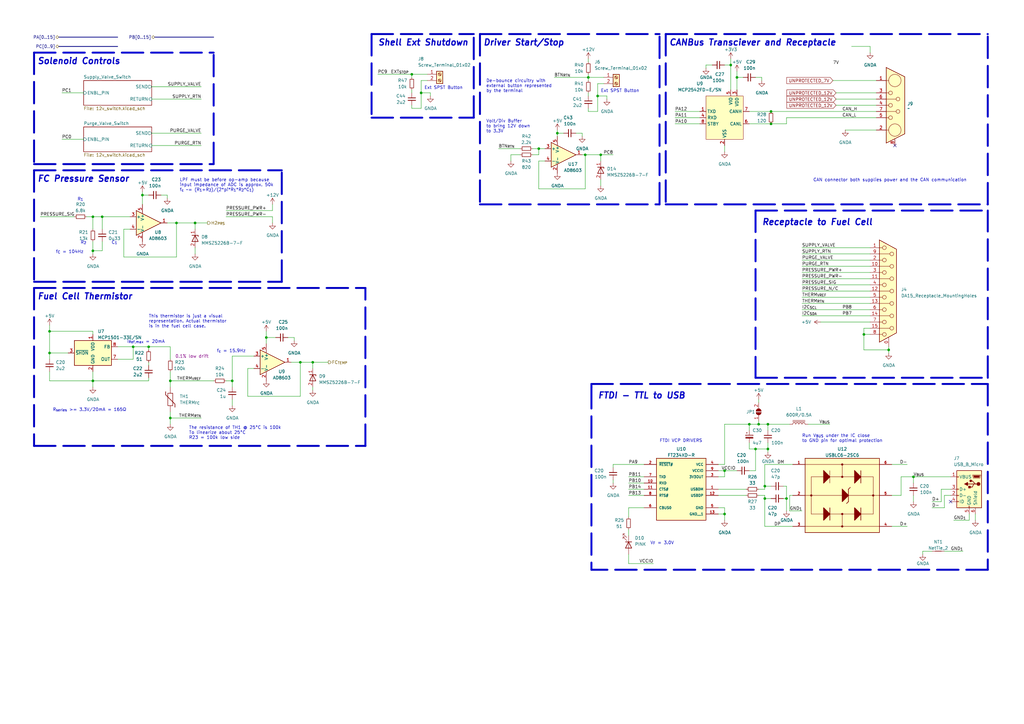
<source format=kicad_sch>
(kicad_sch (version 20231120) (generator "eeschema") (generator_version "8.0")
  (paper "A3")
  (junction (at 316.23 45.72))
  (junction (at 374.65 195.58))
  (junction (at 246.38 63.5))
  (junction (at 69.85 156.21))
  (junction (at 228.6 54.61))
  (junction (at 322.58 204.47))
  (junction (at 314.96 184.15))
  (junction (at 123.19 148.59))
  (junction (at 220.98 60.96))
  (junction (at 314.96 173.99))
  (junction (at 297.18 193.04))
  (junction (at 299.72 26.67))
  (junction (at 309.88 184.15))
  (junction (at 20.32 135.89))
  (junction (at 41.91 88.9))
  (junction (at 313.69 199.39))
  (junction (at 313.69 204.47))
  (junction (at 38.1 156.21))
  (junction (at 20.32 144.78))
  (junction (at 241.3 31.75))
  (junction (at 38.1 88.9))
  (junction (at 38.1 102.87))
  (junction (at 307.34 173.99))
  (junction (at 72.39 91.44))
  (junction (at 364.49 143.51))
  (junction (at 60.96 142.24))
  (junction (at 58.42 80.01))
  (junction (at 316.23 50.8))
  (junction (at 128.27 148.59))
  (junction (at 172.72 38.1))
  (junction (at 311.15 173.99))
  (junction (at 54.61 142.24))
  (junction (at 245.11 39.37))
  (junction (at 354.33 137.16))
  (junction (at 240.03 63.5))
  (junction (at 80.01 91.44))
  (junction (at 95.25 156.21))
  (junction (at 297.18 210.82))
  (junction (at 69.85 171.45))
  (junction (at 302.26 31.75))
  (junction (at 109.22 138.43))
  (junction (at 168.91 30.48))
  (no_connect (at 367.03 59.69))
  (no_connect (at 389.89 205.74))
  (wire (pts (xy 313.69 190.5) (xy 313.69 199.39)))
  (wire (pts (xy 314.96 176.53) (xy 314.96 173.99)))
  (wire (pts (xy 342.9 38.1) (xy 359.41 38.1)))
  (wire (pts (xy 257.81 200.66) (xy 264.16 200.66)))
  (wire (pts (xy 60.96 142.24) (xy 69.85 142.24)))
  (wire (pts (xy 289.56 26.67) (xy 289.56 27.94)))
  (wire (pts (xy 128.27 151.13) (xy 128.27 148.59)))
  (polyline (pts (xy 152.4 48.26) (xy 194.31 48.26)) (stroke (width 0.8) (type dash)))
  (wire (pts (xy 241.3 38.1) (xy 241.3 39.37)))
  (wire (pts (xy 311.15 173.99) (xy 314.96 173.99)))
  (wire (pts (xy 365.76 190.5) (xy 372.11 190.5)))
  (wire (pts (xy 302.26 31.75) (xy 302.26 36.83)))
  (wire (pts (xy 80.01 91.44) (xy 85.09 91.44)))
  (wire (pts (xy 307.34 184.15) (xy 309.88 184.15)))
  (wire (pts (xy 109.22 138.43) (xy 113.03 138.43)))
  (wire (pts (xy 400.05 210.82) (xy 400.05 213.36)))
  (wire (pts (xy 72.39 91.44) (xy 80.01 91.44)))
  (wire (pts (xy 80.01 101.6) (xy 80.01 104.14)))
  (wire (pts (xy 369.57 195.58) (xy 369.57 203.2)))
  (wire (pts (xy 251.46 196.85) (xy 251.46 198.12)))
  (wire (pts (xy 38.1 102.87) (xy 38.1 104.14)))
  (wire (pts (xy 228.6 54.61) (xy 231.14 54.61)))
  (wire (pts (xy 220.98 60.96) (xy 223.52 60.96)))
  (wire (pts (xy 172.72 38.1) (xy 176.53 38.1)))
  (wire (pts (xy 209.55 63.5) (xy 209.55 66.04)))
  (wire (pts (xy 313.69 199.39) (xy 313.69 200.66)))
  (wire (pts (xy 294.64 195.58) (xy 297.18 195.58)))
  (polyline (pts (xy 194.31 48.26) (xy 194.31 13.97)) (stroke (width 0.8) (type dash)))
  (wire (pts (xy 168.91 43.18) (xy 168.91 44.45)))
  (wire (pts (xy 378.46 226.06) (xy 378.46 227.33)))
  (wire (pts (xy 328.93 114.3) (xy 356.87 114.3)))
  (polyline (pts (xy 270.51 83.82) (xy 270.51 13.97)) (stroke (width 0.8) (type dash)))
  (wire (pts (xy 276.86 48.26) (xy 287.02 48.26)))
  (wire (pts (xy 241.3 45.72) (xy 245.11 45.72)))
  (wire (pts (xy 313.69 199.39) (xy 316.23 199.39)))
  (wire (pts (xy 314.96 181.61) (xy 314.96 184.15)))
  (wire (pts (xy 365.76 215.9) (xy 372.11 215.9)))
  (wire (pts (xy 331.47 173.99) (xy 340.36 173.99)))
  (wire (pts (xy 316.23 50.8) (xy 322.58 50.8)))
  (wire (pts (xy 328.93 111.76) (xy 356.87 111.76)))
  (wire (pts (xy 387.35 226.06) (xy 394.97 226.06)))
  (wire (pts (xy 227.33 31.75) (xy 241.3 31.75)))
  (wire (pts (xy 58.42 78.74) (xy 58.42 80.01)))
  (wire (pts (xy 62.23 35.56) (xy 82.55 35.56)))
  (wire (pts (xy 72.39 91.44) (xy 68.58 91.44)))
  (wire (pts (xy 101.6 151.13) (xy 104.14 151.13)))
  (wire (pts (xy 69.85 142.24) (xy 69.85 147.32)))
  (wire (pts (xy 311.15 200.66) (xy 313.69 200.66)))
  (wire (pts (xy 382.27 226.06) (xy 378.46 226.06)))
  (wire (pts (xy 276.86 50.8) (xy 287.02 50.8)))
  (wire (pts (xy 123.19 148.59) (xy 128.27 148.59)))
  (wire (pts (xy 257.81 231.14) (xy 267.97 231.14)))
  (wire (pts (xy 35.56 88.9) (xy 38.1 88.9)))
  (wire (pts (xy 313.69 215.9) (xy 325.12 215.9)))
  (wire (pts (xy 294.64 203.2) (xy 306.07 203.2)))
  (wire (pts (xy 328.93 124.46) (xy 356.87 124.46)))
  (wire (pts (xy 294.64 208.28) (xy 297.18 208.28)))
  (wire (pts (xy 95.25 166.37) (xy 95.25 163.83)))
  (wire (pts (xy 369.57 203.2) (xy 365.76 203.2)))
  (wire (pts (xy 118.11 138.43) (xy 120.65 138.43)))
  (wire (pts (xy 58.42 80.01) (xy 58.42 83.82)))
  (polyline (pts (xy 13.97 21.59) (xy 87.63 21.59)) (stroke (width 0.8) (type dash)))
  (wire (pts (xy 307.34 193.04) (xy 309.88 193.04)))
  (wire (pts (xy 62.23 40.64) (xy 82.55 40.64)))
  (wire (pts (xy 313.69 204.47) (xy 313.69 203.2)))
  (wire (pts (xy 109.22 138.43) (xy 109.22 140.97)))
  (wire (pts (xy 38.1 135.89) (xy 38.1 137.16)))
  (wire (pts (xy 20.32 135.89) (xy 38.1 135.89)))
  (wire (pts (xy 60.96 142.24) (xy 60.96 143.51)))
  (polyline (pts (xy 13.97 69.85) (xy 115.57 69.85)) (stroke (width 0.8) (type dash)))
  (wire (pts (xy 241.3 44.45) (xy 241.3 45.72)))
  (wire (pts (xy 25.4 57.15) (xy 34.29 57.15)))
  (wire (pts (xy 87.63 156.21) (xy 69.85 156.21)))
  (wire (pts (xy 346.71 53.34) (xy 359.41 53.34)))
  (wire (pts (xy 323.85 203.2) (xy 325.12 203.2)))
  (wire (pts (xy 307.34 181.61) (xy 307.34 184.15)))
  (wire (pts (xy 50.8 105.41) (xy 72.39 105.41)))
  (wire (pts (xy 328.93 101.6) (xy 356.87 101.6)))
  (wire (pts (xy 294.64 210.82) (xy 297.18 210.82)))
  (wire (pts (xy 218.44 63.5) (xy 220.98 63.5)))
  (wire (pts (xy 246.38 63.5) (xy 251.46 63.5)))
  (wire (pts (xy 25.4 38.1) (xy 34.29 38.1)))
  (wire (pts (xy 297.18 193.04) (xy 297.18 195.58)))
  (wire (pts (xy 323.85 203.2) (xy 323.85 209.55)))
  (wire (pts (xy 297.18 210.82) (xy 297.18 213.36)))
  (wire (pts (xy 386.08 200.66) (xy 389.89 200.66)))
  (wire (pts (xy 322.58 50.8) (xy 322.58 48.26)))
  (polyline (pts (xy 115.57 115.57) (xy 115.57 69.85)) (stroke (width 0.8) (type dash)))
  (wire (pts (xy 38.1 156.21) (xy 38.1 158.75)))
  (wire (pts (xy 328.93 119.38) (xy 356.87 119.38)))
  (wire (pts (xy 228.6 54.61) (xy 228.6 55.88)))
  (wire (pts (xy 257.81 217.17) (xy 257.81 219.71)))
  (polyline (pts (xy 196.85 83.82) (xy 270.51 83.82)) (stroke (width 0.8) (type dash)))
  (wire (pts (xy 60.96 156.21) (xy 60.96 154.94)))
  (wire (pts (xy 213.36 63.5) (xy 209.55 63.5)))
  (wire (pts (xy 354.33 134.62) (xy 354.33 137.16)))
  (polyline (pts (xy 152.4 13.97) (xy 194.31 13.97)) (stroke (width 0.8) (type dash)))
  (wire (pts (xy 246.38 63.5) (xy 246.38 66.04)))
  (bus (pts (xy 24.13 19.05) (xy 48.26 19.05)))
  (wire (pts (xy 228.6 53.34) (xy 228.6 54.61)))
  (wire (pts (xy 154.94 30.48) (xy 168.91 30.48)))
  (polyline (pts (xy 405.13 83.82) (xy 405.13 13.97)) (stroke (width 0.8) (type dash)))
  (polyline (pts (xy 196.85 13.97) (xy 196.85 83.82)) (stroke (width 0.8) (type dash)))
  (wire (pts (xy 168.91 30.48) (xy 168.91 31.75)))
  (wire (pts (xy 374.65 195.58) (xy 369.57 195.58)))
  (wire (pts (xy 299.72 26.67) (xy 299.72 36.83)))
  (wire (pts (xy 62.23 59.69) (xy 82.55 59.69)))
  (wire (pts (xy 307.34 45.72) (xy 316.23 45.72)))
  (wire (pts (xy 69.85 152.4) (xy 69.85 156.21)))
  (wire (pts (xy 389.89 203.2) (xy 387.35 203.2)))
  (wire (pts (xy 387.35 203.2) (xy 387.35 208.28)))
  (wire (pts (xy 220.98 66.04) (xy 220.98 77.47)))
  (wire (pts (xy 251.46 190.5) (xy 264.16 190.5)))
  (wire (pts (xy 276.86 45.72) (xy 287.02 45.72)))
  (wire (pts (xy 95.25 146.05) (xy 104.14 146.05)))
  (wire (pts (xy 312.42 31.75) (xy 312.42 33.02)))
  (wire (pts (xy 386.08 200.66) (xy 386.08 205.74)))
  (wire (pts (xy 95.25 156.21) (xy 92.71 156.21)))
  (wire (pts (xy 245.11 34.29) (xy 247.65 34.29)))
  (wire (pts (xy 176.53 38.1) (xy 176.53 39.37)))
  (wire (pts (xy 311.15 163.83) (xy 311.15 165.1)))
  (wire (pts (xy 48.26 147.32) (xy 54.61 147.32)))
  (wire (pts (xy 354.33 137.16) (xy 354.33 143.51)))
  (wire (pts (xy 66.04 80.01) (xy 68.58 80.01)))
  (polyline (pts (xy 405.13 233.68) (xy 242.57 233.68)) (stroke (width 0.8) (type dash)))
  (wire (pts (xy 120.65 138.43) (xy 120.65 139.7)))
  (wire (pts (xy 297.18 193.04) (xy 294.64 193.04)))
  (wire (pts (xy 218.44 60.96) (xy 220.98 60.96)))
  (wire (pts (xy 38.1 152.4) (xy 38.1 156.21)))
  (wire (pts (xy 328.93 116.84) (xy 356.87 116.84)))
  (polyline (pts (xy 242.57 157.48) (xy 405.13 157.48)) (stroke (width 0.8) (type dash)))
  (wire (pts (xy 58.42 80.01) (xy 60.96 80.01)))
  (wire (pts (xy 220.98 77.47) (xy 240.03 77.47)))
  (wire (pts (xy 128.27 160.02) (xy 128.27 158.75)))
  (polyline (pts (xy 13.97 118.11) (xy 13.97 182.88)) (stroke (width 0.8) (type dash)))
  (wire (pts (xy 20.32 152.4) (xy 20.32 156.21)))
  (wire (pts (xy 391.16 213.36) (xy 397.51 213.36)))
  (wire (pts (xy 328.93 109.22) (xy 356.87 109.22)))
  (polyline (pts (xy 273.05 13.97) (xy 405.13 13.97)) (stroke (width 0.8) (type dash)))
  (wire (pts (xy 111.76 88.9) (xy 111.76 91.44)))
  (wire (pts (xy 41.91 99.06) (xy 41.91 102.87)))
  (wire (pts (xy 311.15 203.2) (xy 313.69 203.2)))
  (wire (pts (xy 323.85 209.55) (xy 328.93 209.55)))
  (wire (pts (xy 257.81 203.2) (xy 264.16 203.2)))
  (wire (pts (xy 328.93 104.14) (xy 356.87 104.14)))
  (wire (pts (xy 123.19 162.56) (xy 123.19 148.59)))
  (wire (pts (xy 172.72 33.02) (xy 172.72 38.1)))
  (wire (pts (xy 20.32 147.32) (xy 20.32 144.78)))
  (wire (pts (xy 204.47 60.96) (xy 213.36 60.96)))
  (wire (pts (xy 251.46 190.5) (xy 251.46 191.77)))
  (wire (pts (xy 312.42 31.75) (xy 309.88 31.75)))
  (polyline (pts (xy 309.88 86.36) (xy 309.88 154.94)) (stroke (width 0.8) (type dash)))
  (wire (pts (xy 68.58 80.01) (xy 68.58 81.28)))
  (wire (pts (xy 241.3 30.48) (xy 241.3 31.75)))
  (wire (pts (xy 53.34 93.98) (xy 50.8 93.98)))
  (polyline (pts (xy 13.97 69.85) (xy 13.97 115.57)) (stroke (width 0.8) (type dash)))
  (wire (pts (xy 297.18 208.28) (xy 297.18 210.82)))
  (wire (pts (xy 41.91 88.9) (xy 53.34 88.9)))
  (wire (pts (xy 248.92 39.37) (xy 248.92 40.64)))
  (wire (pts (xy 168.91 44.45) (xy 172.72 44.45)))
  (wire (pts (xy 238.76 54.61) (xy 238.76 55.88)))
  (wire (pts (xy 92.71 88.9) (xy 111.76 88.9)))
  (wire (pts (xy 16.51 88.9) (xy 30.48 88.9)))
  (wire (pts (xy 220.98 60.96) (xy 220.98 63.5)))
  (wire (pts (xy 80.01 91.44) (xy 80.01 93.98)))
  (wire (pts (xy 38.1 99.06) (xy 38.1 102.87)))
  (polyline (pts (xy 309.88 154.94) (xy 405.13 154.94)) (stroke (width 0.8) (type dash)))
  (wire (pts (xy 307.34 50.8) (xy 316.23 50.8)))
  (wire (pts (xy 109.22 135.89) (xy 109.22 138.43)))
  (wire (pts (xy 307.34 173.99) (xy 311.15 173.99)))
  (wire (pts (xy 41.91 102.87) (xy 38.1 102.87)))
  (wire (pts (xy 257.81 195.58) (xy 264.16 195.58)))
  (wire (pts (xy 240.03 77.47) (xy 240.03 63.5)))
  (wire (pts (xy 314.96 185.42) (xy 314.96 184.15)))
  (wire (pts (xy 354.33 134.62) (xy 356.87 134.62)))
  (wire (pts (xy 354.33 137.16) (xy 356.87 137.16)))
  (polyline (pts (xy 13.97 21.59) (xy 13.97 67.31)) (stroke (width 0.8) (type dash)))
  (wire (pts (xy 69.85 171.45) (xy 69.85 173.99)))
  (polyline (pts (xy 87.63 67.31) (xy 87.63 21.59)) (stroke (width 0.8) (type dash)))
  (wire (pts (xy 297.18 173.99) (xy 297.18 190.5)))
  (wire (pts (xy 223.52 66.04) (xy 220.98 66.04)))
  (polyline (pts (xy 242.57 157.48) (xy 242.57 158.75)) (stroke (width 0.8) (type dash)))
  (wire (pts (xy 20.32 133.35) (xy 20.32 135.89)))
  (wire (pts (xy 356.87 19.05) (xy 356.87 21.59)))
  (wire (pts (xy 245.11 39.37) (xy 248.92 39.37)))
  (wire (pts (xy 342.9 40.64) (xy 359.41 40.64)))
  (wire (pts (xy 397.51 210.82) (xy 397.51 213.36)))
  (wire (pts (xy 168.91 30.48) (xy 175.26 30.48)))
  (wire (pts (xy 341.63 33.02) (xy 359.41 33.02)))
  (wire (pts (xy 241.3 24.13) (xy 241.3 25.4)))
  (wire (pts (xy 313.69 190.5) (xy 325.12 190.5)))
  (wire (pts (xy 386.08 205.74) (xy 382.27 205.74)))
  (wire (pts (xy 20.32 144.78) (xy 27.94 144.78)))
  (wire (pts (xy 257.81 227.33) (xy 257.81 231.14)))
  (wire (pts (xy 322.58 204.47) (xy 322.58 209.55)))
  (wire (pts (xy 354.33 143.51) (xy 364.49 143.51)))
  (wire (pts (xy 240.03 63.5) (xy 246.38 63.5)))
  (wire (pts (xy 316.23 45.72) (xy 359.41 45.72)))
  (wire (pts (xy 297.18 59.69) (xy 297.18 62.23)))
  (wire (pts (xy 257.81 208.28) (xy 264.16 208.28)))
  (polyline (pts (xy 405.13 157.48) (xy 405.13 233.68)) (stroke (width 0.8) (type dash)))
  (wire (pts (xy 336.55 132.08) (xy 356.87 132.08)))
  (wire (pts (xy 245.11 39.37) (xy 245.11 45.72)))
  (wire (pts (xy 20.32 144.78) (xy 20.32 135.89)))
  (polyline (pts (xy 273.05 13.97) (xy 273.05 83.82)) (stroke (width 0.8) (type dash)))
  (wire (pts (xy 387.35 208.28) (xy 382.27 208.28)))
  (wire (pts (xy 342.9 43.18) (xy 359.41 43.18)))
  (wire (pts (xy 95.25 156.21) (xy 95.25 158.75)))
  (wire (pts (xy 54.61 142.24) (xy 54.61 147.32)))
  (wire (pts (xy 309.88 193.04) (xy 309.88 184.15)))
  (wire (pts (xy 321.31 204.47) (xy 322.58 204.47)))
  (wire (pts (xy 69.85 171.45) (xy 82.55 171.45)))
  (polyline (pts (xy 13.97 67.31) (xy 87.63 67.31)) (stroke (width 0.8) (type dash)))
  (wire (pts (xy 123.19 148.59) (xy 119.38 148.59)))
  (bus (pts (xy 24.13 15.24) (xy 48.26 15.24)))
  (polyline (pts (xy 273.05 83.82) (xy 405.13 83.82)) (stroke (width 0.8) (type dash)))
  (wire (pts (xy 168.91 36.83) (xy 168.91 38.1)))
  (wire (pts (xy 322.58 48.26) (xy 359.41 48.26)))
  (wire (pts (xy 257.81 208.28) (xy 257.81 212.09)))
  (polyline (pts (xy 13.97 115.57) (xy 115.57 115.57)) (stroke (width 0.8) (type dash)))
  (wire (pts (xy 302.26 29.21) (xy 302.26 31.75)))
  (wire (pts (xy 297.18 26.67) (xy 299.72 26.67)))
  (wire (pts (xy 60.96 148.59) (xy 60.96 149.86)))
  (wire (pts (xy 297.18 193.04) (xy 302.26 193.04)))
  (wire (pts (xy 364.49 143.51) (xy 364.49 142.24)))
  (wire (pts (xy 294.64 200.66) (xy 306.07 200.66)))
  (wire (pts (xy 241.3 31.75) (xy 247.65 31.75)))
  (wire (pts (xy 240.03 63.5) (xy 238.76 63.5)))
  (wire (pts (xy 322.58 199.39) (xy 322.58 204.47)))
  (wire (pts (xy 38.1 88.9) (xy 41.91 88.9)))
  (wire (pts (xy 313.69 204.47) (xy 316.23 204.47)))
  (wire (pts (xy 172.72 33.02) (xy 175.26 33.02)))
  (wire (pts (xy 238.76 54.61) (xy 236.22 54.61)))
  (polyline (pts (xy 309.88 86.36) (xy 405.13 86.36)) (stroke (width 0.8) (type dash)))
  (wire (pts (xy 313.69 204.47) (xy 313.69 215.9)))
  (wire (pts (xy 299.72 24.13) (xy 299.72 26.67)))
  (wire (pts (xy 50.8 93.98) (xy 50.8 105.41)))
  (wire (pts (xy 292.1 26.67) (xy 289.56 26.67)))
  (wire (pts (xy 321.31 199.39) (xy 322.58 199.39)))
  (wire (pts (xy 328.93 127) (xy 356.87 127)))
  (wire (pts (xy 38.1 88.9) (xy 38.1 93.98)))
  (polyline (pts (xy 13.97 182.88) (xy 149.86 182.88)) (stroke (width 0.8) (type dash)))
  (wire (pts (xy 111.76 83.82) (xy 111.76 86.36)))
  (wire (pts (xy 69.85 168.91) (xy 69.85 171.45)))
  (wire (pts (xy 20.32 156.21) (xy 38.1 156.21)))
  (polyline (pts (xy 242.57 158.75) (xy 242.57 233.68)) (stroke (width 0.8) (type dash)))
  (wire (pts (xy 245.11 34.29) (xy 245.11 39.37)))
  (wire (pts (xy 62.23 54.61) (xy 82.55 54.61)))
  (wire (pts (xy 72.39 105.41) (xy 72.39 91.44)))
  (wire (pts (xy 241.3 31.75) (xy 241.3 33.02)))
  (wire (pts (xy 257.81 198.12) (xy 264.16 198.12)))
  (wire (pts (xy 101.6 162.56) (xy 123.19 162.56)))
  (wire (pts (xy 128.27 148.59) (xy 134.62 148.59)))
  (wire (pts (xy 294.64 190.5) (xy 297.18 190.5)))
  (wire (pts (xy 48.26 142.24) (xy 54.61 142.24)))
  (wire (pts (xy 92.71 86.36) (xy 111.76 86.36)))
  (polyline (pts (xy 405.13 154.94) (xy 405.13 86.36)) (stroke (width 0.8) (type dash)))
  (wire (pts (xy 328.93 106.68) (xy 356.87 106.68)))
  (wire (pts (xy 374.65 195.58) (xy 374.65 198.12)))
  (wire (pts (xy 364.49 143.51) (xy 364.49 144.78)))
  (wire (pts (xy 246.38 73.66) (xy 246.38 76.2)))
  (polyline (pts (xy 196.85 13.97) (xy 270.51 13.97)) (stroke (width 0.8) (type dash)))
  (wire (pts (xy 69.85 156.21) (xy 69.85 158.75)))
  (wire (pts (xy 389.89 195.58) (xy 374.65 195.58)))
  (polyline (pts (xy 149.86 182.88) (xy 149.86 118.11)) (stroke (width 0.8) (type dash)))
  (wire (pts (xy 101.6 162.56) (xy 101.6 151.13)))
  (wire (pts (xy 314.96 173.99) (xy 323.85 173.99)))
  (wire (pts (xy 328.93 129.54) (xy 356.87 129.54)))
  (wire (pts (xy 95.25 146.05) (xy 95.25 156.21)))
  (wire (pts (xy 41.91 88.9) (xy 41.91 93.98)))
  (wire (pts (xy 172.72 38.1) (xy 172.72 44.45)))
  (wire (pts (xy 302.26 31.75) (xy 304.8 31.75)))
  (wire (pts (xy 356.87 19.05) (xy 349.25 19.05)))
  (wire (pts (xy 374.65 203.2) (xy 374.65 205.74)))
  (wire (pts (xy 307.34 173.99) (xy 307.34 176.53)))
  (wire (pts (xy 328.93 121.92) (xy 356.87 121.92)))
  (bus (pts (xy 63.5 15.24) (xy 87.63 15.24)))
  (wire (pts (xy 38.1 156.21) (xy 60.96 156.21)))
  (polyline (pts (xy 152.4 13.97) (xy 152.4 48.26)) (stroke (width 0.8) (type dash)))
  (wire (pts (xy 311.15 172.72) (xy 311.15 173.99)))
  (wire (pts (xy 297.18 173.99) (xy 307.34 173.99)))
  (wire (pts (xy 309.88 184.15) (xy 314.96 184.15)))
  (polyline (pts (xy 13.97 118.11) (xy 149.86 118.11)) (stroke (width 0.8) (type dash)))
  (wire (pts (xy 54.61 142.24) (xy 60.96 142.24)))
  (text "Ext SPST Button" (at 246.38 38.1 0) (effects (font (size 1.27 1.27)) (justify left bottom)))
  (text "f_{c} = 15.9Hz" (at 88.9 144.78 0) (effects (font (size 1.27 1.27)) (justify left bottom)))
  (text "Volt/Div Buffer\nto bring 12V down\nto 3.3V" (at 199.39 54.61 0) (effects (font (size 1.27 1.27)) (justify left bottom)))
  (text "This thermistor is just a visual\nrepresentation. Actual thermistor\nis in the fuel cell case." (at 60.96 134.62 0) (effects (font (size 1.27 1.27)) (justify left bottom)))
  (text "FC Pressure Sensor" (at 15.24 74.93 0) (effects (font (size 2.5 2.5) (thickness 0.5) (bold yes) (italic yes)) (justify left bottom)))
  (text "CANBus Transciever and Receptacle" (at 274.32 19.05 0) (effects (font (size 2.5 2.5) (thickness 0.5) (bold yes) (italic yes)) (justify left bottom)))
  (text "Run V_{BUS} under the IC close\nto GND pin for optimal protection" (at 328.93 181.61 0) (effects (font (size 1.27 1.27)) (justify left bottom)))
  (text "V_{F} = 3.0V" (at 266.7 223.52 0) (effects (font (size 1.27 1.27)) (justify left bottom)))
  (text "I_{Ref,max} = 20mA" (at 52.07 140.97 0) (effects (font (size 1.27 1.27)) (justify left bottom)))
  (text "The resistance of TH1 @ 25°C is 100k\nTo linearize about 25°C\nR23 = ${72cd9925-16f5-4224-9154-4bbf866d9118:VALUE} low side" (at 77.47 180.34 0) (effects (font (size 1.27 1.27)) (justify left bottom)))
  (text "FTDI - TTL to USB" (at 245.11 163.83 0) (effects (font (size 2.5 2.5) (thickness 0.5) (bold yes) (italic yes)) (justify left bottom)))
  (text "De-bounce circuitry with\nexternal button represented\nby the terminal" (at 199.39 38.1 0) (effects (font (size 1.27 1.27)) (justify left bottom)))
  (text "LPF must be before op-amp because \ninput impedance of ADC is approx. 50k\nf_{c} ~= (R_{1}+R_{2})/(2*pi*R_{1}*R_{2}*C_{1})" (at 73.66 78.74 0) (effects (font (size 1.27 1.27)) (justify left bottom)))
  (text "Ext SPST Button" (at 173.99 36.83 0) (effects (font (size 1.27 1.27)) (justify left bottom)))
  (text "C_{1}" (at 45.72 100.33 0) (effects (font (size 1.27 1.27)) (justify left bottom)))
  (text "FTDI VCP DRIVERS" (at 270.51 181.61 0) (effects (font (size 1.27 1.27)) (justify left bottom)))
  (text "R_{1}" (at 31.75 82.55 0) (effects (font (size 1.27 1.27)) (justify left bottom)))
  (text "R_{series} >= 3.3V/20mA = 165Ω" (at 21.59 168.91 0) (effects (font (size 1.27 1.27)) (justify left bottom)))
  (text "Shell Ext Shutdown" (at 154.94 19.05 0) (effects (font (size 2.5 2.5) (thickness 0.5) (bold yes) (italic yes)) (justify left bottom)))
  (text "Receptacle to Fuel Cell" (at 312.42 92.71 0) (effects (font (size 2.5 2.5) (thickness 0.5) (bold yes) (italic yes)) (justify left bottom)))
  (text "CAN connector both supplies power and the CAN communication" (at 333.502 74.676 0) (effects (font (size 1.27 1.27)) (justify left bottom)))
  (text "f_{C} = 104Hz" (at 22.86 104.14 0) (effects (font (size 1.27 1.27)) (justify left bottom)))
  (text "Solenoid Controls" (at 15.24 26.67 0) (effects (font (size 2.5 2.5) (thickness 0.5) (bold yes) (italic yes)) (justify left bottom)))
  (text "Driver Start/Stop" (at 198.12 19.05 0) (effects (font (size 2.5 2.5) (thickness 0.5) (bold yes) (italic yes)) (justify left bottom)))
  (text "Fuel Cell Thermistor" (at 15.24 123.19 0) (effects (font (size 2.5 2.5) (thickness 0.5) (bold yes) (italic yes)) (justify left bottom)))
  (text "R_{2}" (at 33.02 100.33 0) (effects (font (size 1.27 1.27)) (justify left bottom)))
  (label "PRESSURE_PWR+" (at 328.93 111.76 0))
  (label "GND_{1}" (at 391.16 213.36 0))
  (label "PB13" (at 257.81 203.2 0))
  (label "CAN_H" (at 345.44 45.72 0))
  (label "PB10" (at 257.81 198.12 0))
  (label "PRESSURE_N{slash}C" (at 328.93 119.38 0))
  (label "D+" (at 372.11 215.9 180))
  (label "SUPPLY_RTN" (at 82.55 40.64 180))
  (label "DM" (at 318.77 190.5 0))
  (label "DP" (at 317.5 215.9 0))
  (label "D-" (at 372.11 190.5 180))
  (label "V_{BUS}" (at 340.36 173.99 180))
  (label "PRESSURE_PWR+" (at 92.71 86.36 0))
  (label "PURGE_RTN" (at 328.93 109.22 0))
  (label "THERM_{RTN}" (at 328.93 124.46 0))
  (label "THERM_{RTN}" (at 82.55 171.45 180))
  (label "BTN_{RTN}" (at 204.47 60.96 0))
  (label "PA9" (at 257.81 190.5 0))
  (label "PURGE_VALVE" (at 328.93 106.68 0))
  (label "PRESSURE_SIG" (at 16.51 88.9 0))
  (label "CAN_L" (at 345.44 48.26 0))
  (label "PURGE_VALVE" (at 82.55 54.61 180))
  (label "PRESSURE_PWR-" (at 328.93 114.3 0))
  (label "PC1" (at 25.4 38.1 0))
  (label "D-" (at 382.27 208.28 0))
  (label "PA10" (at 276.86 50.8 0))
  (label "PRESSURE_PWR-" (at 92.71 88.9 0))
  (label "I2C_{SCL}" (at 328.93 127 0))
  (label "PC0" (at 25.4 57.15 0))
  (label "SUPPLY_RTN" (at 328.93 104.14 0))
  (label "SUPPLY_VALVE" (at 82.55 35.56 180))
  (label "THERM_{VREF}" (at 82.55 156.21 180))
  (label "V_{BUS}" (at 374.65 195.58 0))
  (label "THERM_{VREF}" (at 328.93 121.92 0))
  (label "VCCIO" (at 295.91 193.04 0))
  (label "PC9" (at 154.94 30.48 0))
  (label "PA11" (at 276.86 48.26 0))
  (label "PURGE_RTN" (at 82.55 59.69 180))
  (label "7V" (at 341.63 26.67 0))
  (label "SUPPLY_VALVE" (at 328.93 101.6 0))
  (label "PRESSURE_SIG" (at 328.93 116.84 0))
  (label "VCCIO" (at 267.97 231.14 180))
  (label "PB8" (at 345.44 127 0))
  (label "PB14" (at 257.81 200.66 0))
  (label "PB11" (at 257.81 195.58 0))
  (label "GND_{1}" (at 394.97 226.06 180))
  (label "PA12" (at 276.86 45.72 0))
  (label "PC8" (at 251.46 63.5 180))
  (label "GND_{1}" (at 328.93 209.55 180))
  (label "PB7" (at 345.44 129.54 0))
  (label "D+" (at 382.27 205.74 0))
  (label "BTN_{RTN}" (at 227.33 31.75 0))
  (label "EXT_{STOP}" (at 167.64 30.48 180))
  (label "I2C_{SDA}" (at 328.93 129.54 0))
  (global_label "UNPROTECTED_7V" (shape input) (at 341.63 33.02 180) (property "Intersheetrefs" "${INTERSHEET_REFS}" (effects (hide yes))))
  (global_label "UNPROTECTED_12V" (shape input) (at 342.9 43.18 180) (property "Intersheetrefs" "${INTERSHEET_REFS}" (effects (hide yes))))
  (global_label "UNPROTECTED_12V" (shape input) (at 342.9 40.64 180) (property "Intersheetrefs" "${INTERSHEET_REFS}" (effects (hide yes))))
  (global_label "UNPROTECTED_12V" (shape input) (at 342.9 38.1 180) (property "Intersheetrefs" "${INTERSHEET_REFS}" (effects (hide yes))))
  (hierarchical_label "H2_{PRS}" (shape output) (at 85.09 91.44 0))
  (hierarchical_label "PA[0..15]" (shape bidirectional) (at 24.13 15.24 180))
  (hierarchical_label "PB[0..15]" (shape bidirectional) (at 63.5 15.24 180))
  (hierarchical_label "PC[0..9]" (shape bidirectional) (at 24.13 19.05 180))
  (hierarchical_label "FC_{TEMP}" (shape output) (at 134.62 148.59 0))
  (symbol (lib_id "power:GNDA") (at 228.6 71.12 0) (mirror y) (unit 1)
    (property "Reference" "#PWR025" (effects (hide yes)))
    (property "Value" "GNDA" (at 226.06 76.2 0) (effects (justify right)))
    (instances (project "Relay_Board_Lucy_V1" (path "" (reference "#PWR025") (unit 1)) (path "" (reference "#PWR066") (unit 1)) (path "" (reference "#PWR028") (unit 1)) (path "" (reference "#PWR023") (unit 1)) (path "" (reference "#PWR065") (unit 1)) (path "" (reference "#PWR05") (unit 1))) (project "Fuel_Cell_Controller_Prototype" (path "" (reference "#PWR078") (unit 1))))
  )
  (symbol (lib_id "Device:C_Small") (at 20.32 149.86 0) (mirror y) (unit 1)
    (property "Reference" "C20" (at 22.86 148.59 0) (effects (justify right)))
    (property "Value" "2u2" (at 22.86 151.13 0) (effects (justify right)))
    (property "Footprint" "Capacitor_SMD:C_0603_1608Metric" (effects (hide yes)))
    (property "Part#" "C23630" (effects (hide yes)))
  )
  (symbol (lib_id "Device:C_Small") (at 251.46 194.31 180) (unit 1)
    (property "Reference" "C20" (at 247.65 193.04 0) (effects (justify left)))
    (property "Value" "100n" (at 243.84 195.58 0) (effects (justify right)))
    (property "Footprint" "Capacitor_SMD:C_0603_1608Metric" (effects (hide yes)))
    (property "Datasheet" "https://datasheet.lcsc.com/lcsc/2304140030_FH--Guangdong-Fenghua-Advanced-Tech-0603B104K101NT_C88219.pdf" (effects (hide yes)))
    (property "Part#" "C14663" (effects (hide yes)))
    (instances (project "Relay_Board_Lucy_V1" (path "" (reference "C20") (unit 1))) (project "Fuel_Cell_Controller_Prototype" (path "" (reference "C26") (unit 1))))
  )
  (symbol (lib_id "power:GNDA") (at 38.1 158.75 0) (mirror y) (unit 1)
    (property "Reference" "#PWR025" (effects (hide yes)))
    (property "Value" "GNDA" (at 35.56 163.83 0) (effects (justify right)))
    (instances (project "Relay_Board_Lucy_V1" (path "" (reference "#PWR025") (unit 1)) (path "" (reference "#PWR066") (unit 1)) (path "" (reference "#PWR028") (unit 1)) (path "" (reference "#PWR023") (unit 1)) (path "" (reference "#PWR065") (unit 1)) (path "" (reference "#PWR05") (unit 1))) (project "Fuel_Cell_Controller_Prototype" (path "" (reference "#PWR043") (unit 1))))
  )
  (symbol (lib_id "FCC_Parts:MMSZ5226B-7-F") (at 128.27 154.94 270) (unit 1)
    (property "Reference" "D9" (at 130.81 154.305 90) (effects (justify left)))
    (property "Value" "MMSZ5226B-7-F" (at 130.81 156.845 90) (effects (justify left)))
    (property "Footprint" "FC.FTP:D_SOD_123_M" (effects (hide yes)))
    (property "Datasheet" "https://www.diodes.com/assets/Datasheets/ds18010.pdf" (effects (hide yes)))
    (property "Part#" "C155250" (effects (hide yes)))
  )
  (symbol (lib_id "power:+5V") (at 58.42 78.74 0) (unit 1)
    (property "Reference" "#PWR033" (effects (hide yes)))
    (property "Value" "+5V" (at 58.42 74.93 0))
  )
  (symbol (lib_id "power:GNDA") (at 111.76 91.44 0) (mirror y) (unit 1)
    (property "Reference" "#PWR025" (effects (hide yes)))
    (property "Value" "GNDA" (at 109.22 96.52 0) (effects (justify right)))
    (instances (project "Relay_Board_Lucy_V1" (path "" (reference "#PWR025") (unit 1)) (path "" (reference "#PWR066") (unit 1)) (path "" (reference "#PWR028") (unit 1)) (path "" (reference "#PWR023") (unit 1)) (path "" (reference "#PWR065") (unit 1)) (path "" (reference "#PWR05") (unit 1))) (project "Fuel_Cell_Controller_Prototype" (path "" (reference "#PWR036") (unit 1))))
  )
  (symbol (lib_id "Device:R_Small") (at 215.9 60.96 270) (unit 1)
    (property "Reference" "R42" (at 215.9 55.88 90))
    (property "Value" "2.2k" (at 215.9 58.42 90))
    (property "Footprint" "Resistor_SMD:R_0603_1608Metric" (effects (hide yes)))
    (property "Part#" "C4190" (effects (hide yes)))
  )
  (symbol (lib_id "FCC_Parts:USBLC6-2SC6") (at 345.44 203.2 0) (unit 1)
    (property "Reference" "U12" (at 345.44 184.15 0))
    (property "Value" "USBLC6-2SC6" (at 345.44 186.69 0))
    (property "Footprint" "FC.FTP:USBLC6-2SC6" (effects (hide yes)))
    (property "Datasheet" "https://www.st.com/content/ccc/resource/technical/document/datasheet/06/1d/48/9c/6c/20/4a/b2/CD00050750.pdf/files/CD00050750.pdf/jcr:content/translations/en.CD00050750.pdf" (effects (hide yes)))
    (property "Part#" "C2687116" (effects (hide yes)))
  )
  (symbol (lib_id "power:GNDA") (at 400.05 213.36 0) (mirror y) (unit 1)
    (property "Reference" "#PWR025" (effects (hide yes)))
    (property "Value" "GNDA" (at 397.51 218.44 0) (effects (justify right)))
    (instances (project "Relay_Board_Lucy_V1" (path "" (reference "#PWR025") (unit 1)) (path "" (reference "#PWR066") (unit 1)) (path "" (reference "#PWR028") (unit 1)) (path "" (reference "#PWR023") (unit 1)) (path "" (reference "#PWR065") (unit 1)) (path "" (reference "#PWR05") (unit 1))) (project "Fuel_Cell_Controller_Prototype" (path "" (reference "#PWR052") (unit 1))))
  )
  (symbol (lib_id "Device:C_Small") (at 304.8 193.04 90) (unit 1)
    (property "Reference" "C20" (at 306.07 186.69 90) (effects (justify left)))
    (property "Value" "100n" (at 302.26 189.23 90) (effects (justify right)))
    (property "Footprint" "Capacitor_SMD:C_0603_1608Metric" (effects (hide yes)))
    (property "Datasheet" "https://datasheet.lcsc.com/lcsc/2304140030_FH--Guangdong-Fenghua-Advanced-Tech-0603B104K101NT_C88219.pdf" (effects (hide yes)))
    (property "Part#" "C14663" (effects (hide yes)))
    (instances (project "Relay_Board_Lucy_V1" (path "" (reference "C20") (unit 1))) (project "Fuel_Cell_Controller_Prototype" (path "" (reference "C28") (unit 1))))
  )
  (symbol (lib_id "power:GNDA") (at 251.46 198.12 0) (mirror y) (unit 1)
    (property "Reference" "#PWR025" (effects (hide yes)))
    (property "Value" "GNDA" (at 248.92 203.2 0) (effects (justify right)))
    (instances (project "Relay_Board_Lucy_V1" (path "" (reference "#PWR025") (unit 1)) (path "" (reference "#PWR066") (unit 1)) (path "" (reference "#PWR028") (unit 1)) (path "" (reference "#PWR023") (unit 1)) (path "" (reference "#PWR065") (unit 1)) (path "" (reference "#PWR05") (unit 1))) (project "Fuel_Cell_Controller_Prototype" (path "" (reference "#PWR044") (unit 1))))
  )
  (symbol (lib_id "power:GND") (at 346.71 53.34 0) (unit 1)
    (property "Reference" "#PWR096" (effects (hide yes)))
    (property "Value" "GNDA" (at 346.71 58.42 0))
    (property "Description" "Power symbol creates a global label with name \"GND\" , ground" (effects (hide yes)))
  )
  (symbol (lib_id "Connector:Screw_Terminal_01x02") (at 180.34 30.48 0) (unit 1)
    (property "Reference" "J8" (at 171.45 24.13 0) (effects (justify left)))
    (property "Value" "Screw_Terminal_01x02" (at 171.45 26.67 0) (effects (justify left)))
    (property "Footprint" "TerminalBlock_Phoenix:TerminalBlock_Phoenix_MKDS-1,5-2-5.08_1x02_P5.08mm_Horizontal" (effects (hide yes)))
    (property "Part#" "277-1247-ND" (effects (hide yes)))
  )
  (symbol (lib_id "power:GNDA") (at 246.38 76.2 0) (mirror y) (unit 1)
    (property "Reference" "#PWR025" (effects (hide yes)))
    (property "Value" "GNDA" (at 243.84 81.28 0) (effects (justify right)))
    (instances (project "Relay_Board_Lucy_V1" (path "" (reference "#PWR025") (unit 1)) (path "" (reference "#PWR066") (unit 1)) (path "" (reference "#PWR028") (unit 1)) (path "" (reference "#PWR023") (unit 1)) (path "" (reference "#PWR065") (unit 1)) (path "" (reference "#PWR05") (unit 1))) (project "Fuel_Cell_Controller_Prototype" (path "" (reference "#PWR089") (unit 1))))
  )
  (symbol (lib_id "power:GNDA") (at 68.58 81.28 0) (mirror y) (unit 1)
    (property "Reference" "#PWR025" (effects (hide yes)))
    (property "Value" "GNDA" (at 66.04 86.36 0) (effects (justify right)))
    (instances (project "Relay_Board_Lucy_V1" (path "" (reference "#PWR025") (unit 1)) (path "" (reference "#PWR066") (unit 1)) (path "" (reference "#PWR028") (unit 1)) (path "" (reference "#PWR023") (unit 1)) (path "" (reference "#PWR065") (unit 1)) (path "" (reference "#PWR05") (unit 1))) (project "Fuel_Cell_Controller_Prototype" (path "" (reference "#PWR035") (unit 1))))
  )
  (symbol (lib_id "power:GNDA") (at 248.92 40.64 0) (mirror y) (unit 1)
    (property "Reference" "#PWR025" (effects (hide yes)))
    (property "Value" "GNDA" (at 246.38 45.72 0) (effects (justify right)))
    (instances (project "Relay_Board_Lucy_V1" (path "" (reference "#PWR025") (unit 1)) (path "" (reference "#PWR066") (unit 1)) (path "" (reference "#PWR028") (unit 1)) (path "" (reference "#PWR023") (unit 1)) (path "" (reference "#PWR065") (unit 1)) (path "" (reference "#PWR05") (unit 1))) (project "Fuel_Cell_Controller_Prototype" (path "" (reference "#PWR083") (unit 1))))
  )
  (symbol (lib_id "FCC_Parts:MMSZ5226B-7-F") (at 80.01 97.79 270) (unit 1)
    (property "Reference" "D8" (at 82.55 97.155 90) (effects (justify left)))
    (property "Value" "MMSZ5226B-7-F" (at 82.55 99.695 90) (effects (justify left)))
    (property "Footprint" "FC.FTP:D_SOD_123_M" (effects (hide yes)))
    (property "Datasheet" "https://www.diodes.com/assets/Datasheets/ds18010.pdf" (effects (hide yes)))
    (property "Part#" "C155250" (effects (hide yes)))
  )
  (symbol (lib_id "Amplifier_Operational:AD8603") (at 60.96 91.44 0) (unit 1)
    (property "Reference" "U8" (at 64.77 95.25 0))
    (property "Value" "AD8603" (at 64.77 97.79 0))
    (property "Footprint" "Package_TO_SOT_SMD:TSOT-23-5" (effects (hide yes)))
    (property "Datasheet" "https://www.analog.com/media/en/technical-documentation/data-sheets/AD8603_8607_8609.pdf" (effects (hide yes)))
    (property "Part#" "C578770" (effects (hide yes)))
  )
  (symbol (lib_id "Device:C_Polarized_Small") (at 307.34 179.07 0) (unit 1)
    (property "Reference" "C30" (at 308.61 176.53 0) (effects (justify left)))
    (property "Value" "4u7" (at 308.61 181.61 0) (effects (justify left)))
    (property "Footprint" "Capacitor_SMD:CP_Elec_3x5.3" (effects (hide yes)))
  )
  (symbol (lib_id "Amplifier_Operational:AD8603") (at 231.14 63.5 0) (unit 1)
    (property "Reference" "U17" (at 234.95 67.31 0))
    (property "Value" "AD8603" (at 234.95 69.85 0))
    (property "Footprint" "Package_TO_SOT_SMD:TSOT-23-5" (effects (hide yes)))
    (property "Datasheet" "https://www.analog.com/media/en/technical-documentation/data-sheets/AD8603_8607_8609.pdf" (effects (hide yes)))
    (property "Part#" "C578770" (effects (hide yes)))
  )
  (symbol (lib_id "power:+5V") (at 228.6 53.34 0) (unit 1)
    (property "Reference" "#PWR081" (effects (hide yes)))
    (property "Value" "+5V" (at 228.6 49.53 0))
  )
  (symbol (lib_id "Device:C_Small") (at 318.77 199.39 90) (unit 1)
    (property "Reference" "C20" (at 320.04 193.04 90) (effects (justify left)))
    (property "Value" "47p" (at 316.23 195.58 90) (effects (justify right)))
    (property "Footprint" "Capacitor_SMD:C_0402_1005Metric" (effects (hide yes)))
    (property "Datasheet" "https://datasheet.lcsc.com/lcsc/2304140030_FH--Guangdong-Fenghua-Advanced-Tech-0603B104K101NT_C88219.pdf" (effects (hide yes)))
    (property "Part#" "C1567" (effects (hide yes)))
    (instances (project "Relay_Board_Lucy_V1" (path "" (reference "C20") (unit 1))) (project "Fuel_Cell_Controller_Prototype" (path "" (reference "C33") (unit 1))))
  )
  (symbol (lib_id "Device:C_Small") (at 241.3 41.91 0) (unit 1)
    (property "Reference" "C41" (at 238.76 40.64 0) (effects (justify right)))
    (property "Value" "2u2" (at 238.76 43.18 0) (effects (justify right)))
    (property "Footprint" "Capacitor_SMD:C_0603_1608Metric" (effects (hide yes)))
    (property "Part#" "C23630" (effects (hide yes)))
  )
  (symbol (lib_id "Device:C_Small") (at 95.25 161.29 0) (unit 1)
    (property "Reference" "C24" (at 92.71 160.02 0) (effects (justify right)))
    (property "Value" "1u" (at 92.71 162.56 0) (effects (justify right)))
    (property "Footprint" "Capacitor_SMD:C_0603_1608Metric" (effects (hide yes)))
    (property "Part#" "C15849" (effects (hide yes)))
  )
  (symbol (lib_id "Device:C_Small") (at 314.96 179.07 0) (unit 1)
    (property "Reference" "C20" (at 316.23 176.53 0) (effects (justify left)))
    (property "Value" "100n" (at 321.31 181.61 0) (effects (justify right)))
    (property "Footprint" "Capacitor_SMD:C_0603_1608Metric" (effects (hide yes)))
    (property "Datasheet" "https://datasheet.lcsc.com/lcsc/2304140030_FH--Guangdong-Fenghua-Advanced-Tech-0603B104K101NT_C88219.pdf" (effects (hide yes)))
    (property "Part#" "C14663" (effects (hide yes)))
    (instances (project "Relay_Board_Lucy_V1" (path "" (reference "C20") (unit 1))) (project "Fuel_Cell_Controller_Prototype" (path "" (reference "C31") (unit 1))))
  )
  (symbol (lib_id "ecocad_lib_symbols:DB7W2") (at 367.03 43.18 0) (unit 1)
    (property "Reference" "J9" (at 372.11 42.5449 0) (effects (justify left)))
    (property "Value" "~" (at 372.11 44.45 0) (effects (justify left)))
    (property "Footprint" "ecocad_lib_footprints:DB7W2-30A" (effects (hide yes)))
  )
  (symbol (lib_id "power:GNDA") (at 120.65 139.7 0) (mirror y) (unit 1)
    (property "Reference" "#PWR025" (effects (hide yes)))
    (property "Value" "GNDA" (at 118.11 144.78 0) (effects (justify right)))
    (instances (project "Relay_Board_Lucy_V1" (path "" (reference "#PWR025") (unit 1)) (path "" (reference "#PWR066") (unit 1)) (path "" (reference "#PWR028") (unit 1)) (path "" (reference "#PWR023") (unit 1)) (path "" (reference "#PWR065") (unit 1)) (path "" (reference "#PWR05") (unit 1))) (project "Fuel_Cell_Controller_Prototype" (path "" (reference "#PWR037") (unit 1))))
  )
  (symbol (lib_id "Device:C_Small") (at 233.68 54.61 270) (unit 1)
    (property "Reference" "C43" (at 234.95 48.26 90) (effects (justify right)))
    (property "Value" "100n" (at 236.22 50.8 90) (effects (justify right)))
    (property "Footprint" "Capacitor_SMD:C_0603_1608Metric" (effects (hide yes)))
    (property "Part#" "C14663" (effects (hide yes)))
  )
  (symbol (lib_id "power:GNDA") (at 312.42 33.02 0) (mirror y) (unit 1)
    (property "Reference" "#PWR025" (effects (hide yes)))
    (property "Value" "GNDA" (at 309.88 38.1 0) (effects (justify right)))
    (instances (project "Relay_Board_Lucy_V1" (path "" (reference "#PWR025") (unit 1)) (path "" (reference "#PWR066") (unit 1)) (path "" (reference "#PWR028") (unit 1)) (path "" (reference "#PWR023") (unit 1)) (path "" (reference "#PWR065") (unit 1)) (path "" (reference "#PWR05") (unit 1))) (project "Fuel_Cell_Controller_Prototype" (path "" (reference "#PWR057") (unit 1))))
  )
  (symbol (lib_id "power:GNDA") (at 128.27 160.02 0) (mirror y) (unit 1)
    (property "Reference" "#PWR025" (effects (hide yes)))
    (property "Value" "GNDA" (at 125.73 165.1 0) (effects (justify right)))
    (instances (project "Relay_Board_Lucy_V1" (path "" (reference "#PWR025") (unit 1)) (path "" (reference "#PWR066") (unit 1)) (path "" (reference "#PWR028") (unit 1)) (path "" (reference "#PWR023") (unit 1)) (path "" (reference "#PWR065") (unit 1)) (path "" (reference "#PWR05") (unit 1))) (project "Fuel_Cell_Controller_Prototype" (path "" (reference "#PWR038") (unit 1))))
  )
  (symbol (lib_id "Device:R_Small") (at 316.23 48.26 180) (unit 1)
    (property "Reference" "R28" (at 312.42 46.99 0))
    (property "Value" "120" (at 312.42 49.53 0))
    (property "Footprint" "Resistor_SMD:R_0603_1608Metric" (effects (hide yes)))
    (property "Part#" "C22787" (effects (hide yes)))
  )
  (symbol (lib_id "power:+3V3") (at 299.72 24.13 0) (unit 1)
    (property "Reference" "#PWR047" (effects (hide yes)))
    (property "Value" "+3V3" (at 299.72 20.32 0))
  )
  (symbol (lib_id "Device:C_Small") (at 60.96 152.4 0) (unit 1)
    (property "Reference" "C22" (at 58.42 151.13 0) (effects (justify right)))
    (property "Value" "2u2" (at 58.42 153.67 0) (effects (justify right)))
    (property "Footprint" "Capacitor_SMD:C_0603_1608Metric" (effects (hide yes)))
    (property "Part#" "C23630" (effects (hide yes)))
  )
  (symbol (lib_id "Device:C_Small") (at 41.91 96.52 0) (mirror y) (unit 1)
    (property "Reference" "C21" (at 44.45 95.25 0) (effects (justify right)))
    (property "Value" "0u33" (at 44.45 97.79 0) (effects (justify right)))
    (property "Footprint" "Capacitor_SMD:C_0603_1608Metric" (effects (hide yes)))
    (property "Part#" "C1615" (effects (hide yes)))
  )
  (symbol (lib_id "power:GNDA") (at 364.49 144.78 0) (mirror y) (unit 1)
    (property "Reference" "#PWR025" (effects (hide yes)))
    (property "Value" "GNDA" (at 361.95 149.86 0) (effects (justify right)))
    (instances (project "Relay_Board_Lucy_V1" (path "" (reference "#PWR025") (unit 1)) (path "" (reference "#PWR066") (unit 1)) (path "" (reference "#PWR028") (unit 1)) (path "" (reference "#PWR023") (unit 1)) (path "" (reference "#PWR065") (unit 1)) (path "" (reference "#PWR05") (unit 1))) (project "Fuel_Cell_Controller_Prototype" (path "" (reference "#PWR053") (unit 1))))
  )
  (symbol (lib_id "Device:R_Small") (at 168.91 34.29 0) (unit 1)
    (property "Reference" "R47" (at 165.1 33.02 0))
    (property "Value" "10k" (at 165.1 35.56 0))
    (property "Footprint" "Resistor_SMD:R_0603_1608Metric" (effects (hide yes)))
    (property "Datasheet" "https://datasheet.lcsc.com/lcsc/2206010045_UNI-ROYAL-Uniroyal-Elec-0603WAF1002T5E_C25804.pdf" (effects (hide yes)))
    (property "Part#" "C25804" (effects (hide yes)))
  )
  (symbol (lib_id "power:GNDA") (at 209.55 66.04 0) (mirror y) (unit 1)
    (property "Reference" "#PWR025" (effects (hide yes)))
    (property "Value" "GNDA" (at 207.01 71.12 0) (effects (justify right)))
    (instances (project "Relay_Board_Lucy_V1" (path "" (reference "#PWR025") (unit 1)) (path "" (reference "#PWR066") (unit 1)) (path "" (reference "#PWR028") (unit 1)) (path "" (reference "#PWR023") (unit 1)) (path "" (reference "#PWR065") (unit 1)) (path "" (reference "#PWR05") (unit 1))) (project "Fuel_Cell_Controller_Prototype" (path "" (reference "#PWR080") (unit 1))))
  )
  (symbol (lib_id "Device:R_Small") (at 69.85 149.86 0) (mirror y) (unit 1)
    (property "Reference" "R23" (at 73.66 148.59 0))
    (property "Value" "100k" (at 73.66 151.13 0))
    (property "Footprint" "Resistor_SMD:R_0603_1608Metric" (effects (hide yes)))
    (property "Desc" "0.1% low drift" (at 78.74 146.05 0))
    (property "Part#" "C25803" (effects (hide yes)))
  )
  (symbol (lib_id "power:+5V") (at 20.32 133.35 0) (unit 1)
    (property "Reference" "#PWR030" (effects (hide yes)))
    (property "Value" "+5V" (at 20.32 129.54 0))
  )
  (symbol (lib_id "Connector:DA15_Receptacle_MountingHoles") (at 364.49 119.38 0) (unit 1)
    (property "Reference" "J4" (at 369.57 118.745 0) (effects (justify left)))
    (property "Value" "DA15_Receptacle_MountingHoles" (at 369.57 121.285 0) (effects (justify left)))
    (property "Footprint" "Connector_Dsub:DSUB-15_Female_Horizontal_P2.77x2.84mm_EdgePinOffset7.70mm_Housed_MountingHolesOffset9.12mm" (effects (hide yes)))
    (property "Datasheet" " ~" (effects (hide yes)))
    (property "Part#" "C19077338" (effects (hide yes)))
  )
  (symbol (lib_id "power:GNDA") (at 69.85 173.99 0) (mirror y) (unit 1)
    (property "Reference" "#PWR025" (effects (hide yes)))
    (property "Value" "GNDA" (at 67.31 179.07 0) (effects (justify right)))
    (instances (project "Relay_Board_Lucy_V1" (path "" (reference "#PWR025") (unit 1)) (path "" (reference "#PWR066") (unit 1)) (path "" (reference "#PWR028") (unit 1)) (path "" (reference "#PWR023") (unit 1)) (path "" (reference "#PWR065") (unit 1)) (path "" (reference "#PWR05") (unit 1))) (project "Fuel_Cell_Controller_Prototype" (path "" (reference "#PWR042") (unit 1))))
  )
  (symbol (lib_id "power:GNDA") (at 374.65 205.74 0) (mirror y) (unit 1)
    (property "Reference" "#PWR025" (effects (hide yes)))
    (property "Value" "GNDA" (at 372.11 210.82 0) (effects (justify right)))
    (instances (project "Relay_Board_Lucy_V1" (path "" (reference "#PWR025") (unit 1)) (path "" (reference "#PWR066") (unit 1)) (path "" (reference "#PWR028") (unit 1)) (path "" (reference "#PWR023") (unit 1)) (path "" (reference "#PWR065") (unit 1)) (path "" (reference "#PWR05") (unit 1))) (project "Fuel_Cell_Controller_Prototype" (path "" (reference "#PWR051") (unit 1))))
  )
  (symbol (lib_id "Device:R_Small") (at 215.9 63.5 270) (unit 1)
    (property "Reference" "R43" (at 215.9 66.04 90))
    (property "Value" "820" (at 215.9 68.58 90))
    (property "Footprint" "Resistor_SMD:R_0603_1608Metric" (effects (hide yes)))
    (property "Part#" "C23253" (effects (hide yes)))
  )
  (symbol (lib_id "FCC_Parts:FT234XD-R") (at 279.4 200.66 0) (unit 1)
    (property "Reference" "U10" (at 279.4 184.15 0))
    (property "Value" "FT234XD-R" (at 279.4 186.69 0))
    (property "Footprint" "FC.FTP:SON45P300X300X80-13N" (effects (hide yes)))
    (property "Datasheet" "http://www.ftdichip.com/Support/Documents/DataSheets/ICs/DS_FT234XD.pdf" (effects (hide yes)))
    (property "Part#" "C132158" (effects (hide yes)))
  )
  (symbol (lib_id "power:+12V") (at 241.3 24.13 0) (unit 1)
    (property "Reference" "#PWR070" (effects (hide yes)))
    (property "Value" "+12V" (at 241.3 20.32 0))
  )
  (symbol (lib_id "Device:R_Small") (at 90.17 156.21 270) (unit 1)
    (property "Reference" "R24" (at 90.17 151.13 90))
    (property "Value" "10k" (at 90.17 153.67 90))
    (property "Footprint" "Resistor_SMD:R_0603_1608Metric" (effects (hide yes)))
    (property "Datasheet" "https://datasheet.lcsc.com/lcsc/2206010045_UNI-ROYAL-Uniroyal-Elec-0603WAF1002T5E_C25804.pdf" (effects (hide yes)))
    (property "Part#" "C25804" (effects (hide yes)))
  )
  (symbol (lib_id "Connector:Screw_Terminal_01x02") (at 252.73 31.75 0) (unit 1)
    (property "Reference" "J6" (at 243.84 25.4 0) (effects (justify left)))
    (property "Value" "Screw_Terminal_01x02" (at 243.84 27.94 0) (effects (justify left)))
    (property "Footprint" "TerminalBlock_Phoenix:TerminalBlock_Phoenix_MKDS-1,5-2-5.08_1x02_P5.08mm_Horizontal" (effects (hide yes)))
    (property "Part#" "277-1247-ND" (effects (hide yes)))
  )
  (symbol (lib_id "Device:C_Small") (at 307.34 31.75 270) (unit 1)
    (property "Reference" "C29" (at 309.88 25.4 90) (effects (justify right)))
    (property "Value" "100n" (at 309.88 27.94 90) (effects (justify right)))
    (property "Footprint" "Capacitor_SMD:C_0603_1608Metric" (effects (hide yes)))
    (property "Part#" "C14663" (effects (hide yes)))
  )
  (symbol (lib_id "Device:R_Small") (at 60.96 146.05 0) (unit 1)
    (property "Reference" "R22" (at 57.15 144.78 0))
    (property "Value" "51" (at 57.15 147.32 0))
    (property "Footprint" "Resistor_SMD:R_0603_1608Metric" (effects (hide yes)))
    (property "Part#" "C23197" (effects (hide yes)))
  )
  (symbol (lib_id "Device:R_Small") (at 241.3 27.94 0) (unit 1)
    (property "Reference" "R40" (at 237.49 26.67 0))
    (property "Value" "10k" (at 237.49 29.21 0))
    (property "Footprint" "Resistor_SMD:R_0603_1608Metric" (effects (hide yes)))
    (property "Datasheet" "https://datasheet.lcsc.com/lcsc/2206010045_UNI-ROYAL-Uniroyal-Elec-0603WAF1002T5E_C25804.pdf" (effects (hide yes)))
    (property "Part#" "C25804" (effects (hide yes)))
  )
  (symbol (lib_id "Device:R_Small") (at 308.61 200.66 90) (unit 1)
    (property "Reference" "R26" (at 308.61 195.58 90))
    (property "Value" "33" (at 308.61 198.12 90))
    (property "Footprint" "Resistor_SMD:R_0402_1005Metric" (effects (hide yes)))
    (property "Part#" "C25105" (effects (hide yes)))
  )
  (symbol (lib_id "power:GNDA") (at 297.18 213.36 0) (mirror y) (unit 1)
    (property "Reference" "#PWR025" (effects (hide yes)))
    (property "Value" "GNDA" (at 294.64 218.44 0) (effects (justify right)))
    (instances (project "Relay_Board_Lucy_V1" (path "" (reference "#PWR025") (unit 1)) (path "" (reference "#PWR066") (unit 1)) (path "" (reference "#PWR028") (unit 1)) (path "" (reference "#PWR023") (unit 1)) (path "" (reference "#PWR065") (unit 1)) (path "" (reference "#PWR05") (unit 1))) (project "Fuel_Cell_Controller_Prototype" (path "" (reference "#PWR045") (unit 1))))
  )
  (symbol (lib_id "Device:R_Small") (at 241.3 35.56 0) (unit 1)
    (property "Reference" "R41" (at 237.49 34.29 0))
    (property "Value" "10k" (at 237.49 36.83 0))
    (property "Footprint" "Resistor_SMD:R_0603_1608Metric" (effects (hide yes)))
    (property "Datasheet" "https://datasheet.lcsc.com/lcsc/2206010045_UNI-ROYAL-Uniroyal-Elec-0603WAF1002T5E_C25804.pdf" (effects (hide yes)))
    (property "Part#" "C25804" (effects (hide yes)))
  )
  (symbol (lib_id "FCC_Parts:MMSZ5226B-7-F") (at 246.38 69.85 270) (unit 1)
    (property "Reference" "D14" (at 248.92 69.215 90) (effects (justify left)))
    (property "Value" "MMSZ5226B-7-F" (at 248.92 71.755 90) (effects (justify left)))
    (property "Footprint" "FC.FTP:D_SOD_123_M" (effects (hide yes)))
    (property "Datasheet" "https://www.diodes.com/assets/Datasheets/ds18010.pdf" (effects (hide yes)))
    (property "Part#" "C155250" (effects (hide yes)))
  )
  (symbol (lib_id "Device:NetTie_2") (at 384.81 226.06 0) (unit 1) (in_bom no)
    (property "Reference" "NT1" (at 384.81 222.25 0))
    (property "Value" "NetTie_2" (at 384.81 224.79 0))
    (property "Footprint" "NetTie:NetTie-2_SMD_Pad0.5mm" (effects (hide yes)))
    (property "Part#" "N/A" (effects (hide yes)))
  )
  (symbol (lib_id "power:GNDA") (at 238.76 55.88 0) (mirror y) (unit 1)
    (property "Reference" "#PWR025" (effects (hide yes)))
    (property "Value" "GNDA" (at 236.22 60.96 0) (effects (justify right)))
    (instances (project "Relay_Board_Lucy_V1" (path "" (reference "#PWR025") (unit 1)) (path "" (reference "#PWR066") (unit 1)) (path "" (reference "#PWR028") (unit 1)) (path "" (reference "#PWR023") (unit 1)) (path "" (reference "#PWR065") (unit 1)) (path "" (reference "#PWR05") (unit 1))) (project "Fuel_Cell_Controller_Prototype" (path "" (reference "#PWR082") (unit 1))))
  )
  (symbol (lib_id "Device:L_Iron") (at 327.66 173.99 90) (unit 1)
    (property "Reference" "L1" (at 327.66 167.64 90))
    (property "Value" "600R/0.5A" (at 327.66 170.18 90))
    (property "Footprint" "Inductor_SMD:L_0805_2012Metric" (effects (hide yes)))
    (property "Part#" "C1017" (effects (hide yes)))
  )
  (symbol (lib_id "power:GNDA") (at 95.25 166.37 0) (mirror y) (unit 1)
    (property "Reference" "#PWR025" (effects (hide yes)))
    (property "Value" "GNDA" (at 92.71 171.45 0) (effects (justify right)))
    (instances (project "Relay_Board_Lucy_V1" (path "" (reference "#PWR025") (unit 1)) (path "" (reference "#PWR066") (unit 1)) (path "" (reference "#PWR028") (unit 1)) (path "" (reference "#PWR023") (unit 1)) (path "" (reference "#PWR065") (unit 1)) (path "" (reference "#PWR05") (unit 1))) (project "Fuel_Cell_Controller_Prototype" (path "" (reference "#PWR041") (unit 1))))
  )
  (symbol (lib_id "power:GNDA") (at 109.22 156.21 0) (mirror y) (unit 1)
    (property "Reference" "#PWR025" (effects (hide yes)))
    (property "Value" "GNDA" (at 106.68 161.29 0) (effects (justify right)))
    (instances (project "Relay_Board_Lucy_V1" (path "" (reference "#PWR025") (unit 1)) (path "" (reference "#PWR066") (unit 1)) (path "" (reference "#PWR028") (unit 1)) (path "" (reference "#PWR023") (unit 1)) (path "" (reference "#PWR065") (unit 1)) (path "" (reference "#PWR05") (unit 1))) (project "Fuel_Cell_Controller_Prototype" (path "" (reference "#PWR08") (unit 1))))
  )
  (symbol (lib_id "power:+5V") (at 311.15 163.83 0) (unit 1)
    (property "Reference" "#PWR049" (effects (hide yes)))
    (property "Value" "+5V" (at 311.15 160.02 0))
  )
  (symbol (lib_id "power:GNDA") (at 378.46 227.33 0) (mirror y) (unit 1)
    (property "Reference" "#PWR025" (effects (hide yes)))
    (property "Value" "GNDA" (at 375.92 231.14 0) (effects (justify right)))
    (instances (project "Relay_Board_Lucy_V1" (path "" (reference "#PWR025") (unit 1)) (path "" (reference "#PWR066") (unit 1)) (path "" (reference "#PWR028") (unit 1)) (path "" (reference "#PWR023") (unit 1)) (path "" (reference "#PWR065") (unit 1)) (path "" (reference "#PWR05") (unit 1))) (project "Fuel_Cell_Controller_Prototype" (path "" (reference "#PWR046") (unit 1))))
  )
  (symbol (lib_id "Device:R_Small") (at 38.1 96.52 0) (unit 1)
    (property "Reference" "R21" (at 34.29 95.25 0))
    (property "Value" "13k" (at 34.29 97.79 0))
    (property "Footprint" "Resistor_SMD:R_0603_1608Metric" (effects (hide yes)))
    (property "Part#" "C22797" (effects (hide yes)))
  )
  (symbol (lib_id "Device:C_Small") (at 374.65 200.66 0) (unit 1)
    (property "Reference" "C20" (at 377.19 199.39 0) (effects (justify left)))
    (property "Value" "100n" (at 382.27 201.93 0) (effects (justify right)))
    (property "Footprint" "Capacitor_SMD:C_0603_1608Metric" (effects (hide yes)))
    (property "Datasheet" "https://datasheet.lcsc.com/lcsc/2304140030_FH--Guangdong-Fenghua-Advanced-Tech-0603B104K101NT_C88219.pdf" (effects (hide yes)))
    (property "Part#" "C14663" (effects (hide yes)))
    (instances (project "Relay_Board_Lucy_V1" (path "" (reference "C20") (unit 1))) (project "Fuel_Cell_Controller_Prototype" (path "" (reference "C35") (unit 1))))
  )
  (symbol (lib_id "power:GNDA") (at 80.01 104.14 0) (mirror y) (unit 1)
    (property "Reference" "#PWR025" (effects (hide yes)))
    (property "Value" "GNDA" (at 77.47 109.22 0) (effects (justify right)))
    (instances (project "Relay_Board_Lucy_V1" (path "" (reference "#PWR025") (unit 1)) (path "" (reference "#PWR066") (unit 1)) (path "" (reference "#PWR028") (unit 1)) (path "" (reference "#PWR023") (unit 1)) (path "" (reference "#PWR065") (unit 1)) (path "" (reference "#PWR05") (unit 1))) (project "Fuel_Cell_Controller_Prototype" (path "" (reference "#PWR032") (unit 1))))
  )
  (symbol (lib_id "Device:R_Small") (at 308.61 203.2 90) (mirror x) (unit 1)
    (property "Reference" "R27" (at 308.61 205.74 90))
    (property "Value" "33" (at 308.61 208.28 90))
    (property "Footprint" "Resistor_SMD:R_0402_1005Metric" (effects (hide yes)))
    (property "Part#" "C25105" (effects (hide yes)))
  )
  (symbol (lib_id "Device:Thermistor") (at 69.85 163.83 0) (unit 1) (in_bom no) (on_board no)
    (property "Reference" "TH1" (at 73.66 162.56 0) (effects (justify left)))
    (property "Value" "THERM_{FC}" (at 73.66 165.1 0) (effects (justify left)))
    (property "Part#" "N/A" (effects (hide yes)))
  )
  (symbol (lib_id "Device:C_Small") (at 294.64 26.67 270) (unit 1)
    (property "Reference" "C27" (at 297.18 30.48 90) (effects (justify right)))
    (property "Value" "100n" (at 297.18 33.02 90) (effects (justify right)))
    (property "Footprint" "Capacitor_SMD:C_0603_1608Metric" (effects (hide yes)))
    (property "Part#" "C14663" (effects (hide yes)))
  )
  (symbol (lib_id "Reference_Voltage:MCP1501-33xSN") (at 38.1 144.78 0) (unit 1)
    (property "Reference" "U7" (at 40.0559 135.89 0) (effects (justify left)))
    (property "Value" "MCP1501-33E/SN" (at 40.0559 138.43 0) (effects (justify left)))
    (property "Footprint" "Package_SO:SOIC-8_3.9x4.9mm_P1.27mm" (effects (hide yes)))
    (property "Datasheet" "http://ww1.microchip.com/downloads/en/DeviceDoc/20005474E.pdf" (effects (hide yes)))
    (property "Part#" "MCP1501-33E/SN-ND" (effects (hide yes)))
  )
  (symbol (lib_id "Device:C_Small") (at 168.91 40.64 0) (unit 1)
    (property "Reference" "C44" (at 166.37 39.37 0) (effects (justify right)))
    (property "Value" "2u2" (at 166.37 41.91 0) (effects (justify right)))
    (property "Footprint" "Capacitor_SMD:C_0603_1608Metric" (effects (hide yes)))
    (property "Part#" "C23630" (effects (hide yes)))
  )
  (symbol (lib_id "power:GNDA") (at 297.18 62.23 0) (mirror y) (unit 1)
    (property "Reference" "#PWR025" (effects (hide yes)))
    (property "Value" "GNDA" (at 294.64 67.31 0) (effects (justify right)))
    (instances (project "Relay_Board_Lucy_V1" (path "" (reference "#PWR025") (unit 1)) (path "" (reference "#PWR066") (unit 1)) (path "" (reference "#PWR028") (unit 1)) (path "" (reference "#PWR023") (unit 1)) (path "" (reference "#PWR065") (unit 1)) (path "" (reference "#PWR05") (unit 1))) (project "Fuel_Cell_Controller_Prototype" (path "" (reference "#PWR055") (unit 1))))
  )
  (symbol (lib_id "Connector:USB_B_Micro") (at 397.51 200.66 0) (mirror y) (unit 1)
    (property "Reference" "J7" (at 391.16 187.96 0) (effects (justify right)))
    (property "Value" "USB_B_Micro" (at 391.16 190.5 0) (effects (justify right)))
    (property "Footprint" "RB_FTP:USB_Micro-B_Wuerth_629105150521" (effects (hide yes)))
    (property "Datasheet" "https://www.we-online.com/katalog/datasheet/629105150521.pdf" (effects (hide yes)))
    (property "Part#" "732-5960-1-ND" (effects (hide yes)))
    (instances (project "Relay_Board_Lucy_V1" (path "" (reference "J7") (unit 1))) (project "Fuel_Cell_Controller_Prototype" (path "" (reference "J5") (unit 1))))
  )
  (symbol (lib_id "power:GNDA") (at 176.53 39.37 0) (mirror y) (unit 1)
    (property "Reference" "#PWR025" (effects (hide yes)))
    (property "Value" "GNDA" (at 173.99 44.45 0) (effects (justify right)))
    (instances (project "Relay_Board_Lucy_V1" (path "" (reference "#PWR025") (unit 1)) (path "" (reference "#PWR066") (unit 1)) (path "" (reference "#PWR028") (unit 1)) (path "" (reference "#PWR023") (unit 1)) (path "" (reference "#PWR065") (unit 1)) (path "" (reference "#PWR05") (unit 1))) (project "Fuel_Cell_Controller_Prototype" (path "" (reference "#PWR097") (unit 1))))
  )
  (symbol (lib_id "Amplifier_Operational:AD8603") (at 111.76 148.59 0) (unit 1)
    (property "Reference" "U9" (at 115.57 152.4 0))
    (property "Value" "AD8603" (at 115.57 154.94 0))
    (property "Footprint" "Package_TO_SOT_SMD:TSOT-23-5" (effects (hide yes)))
    (property "Datasheet" "https://www.analog.com/media/en/technical-documentation/data-sheets/AD8603_8607_8609.pdf" (effects (hide yes)))
    (property "Part#" "C578770" (effects (hide yes)))
  )
  (symbol (lib_id "power:+5V") (at 302.26 29.21 0) (unit 1)
    (property "Reference" "#PWR048" (effects (hide yes)))
    (property "Value" "+5V" (at 302.26 25.4 0))
  )
  (symbol (lib_id "power:+5V") (at 336.55 132.08 90) (unit 1)
    (property "Reference" "#PWR085" (effects (hide yes)))
    (property "Value" "+5V" (at 332.74 132.08 90) (effects (justify left)))
  )
  (symbol (lib_id "power:+12V") (at 111.76 83.82 0) (unit 1)
    (property "Reference" "#PWR086" (effects (hide yes)))
    (property "Value" "+12V" (at 111.76 80.01 0))
  )
  (symbol (lib_id "power:GNDA") (at 58.42 99.06 0) (mirror y) (unit 1)
    (property "Reference" "#PWR025" (effects (hide yes)))
    (property "Value" "GNDA" (at 55.88 104.14 0) (effects (justify right)))
    (instances (project "Relay_Board_Lucy_V1" (path "" (reference "#PWR025") (unit 1)) (path "" (reference "#PWR066") (unit 1)) (path "" (reference "#PWR028") (unit 1)) (path "" (reference "#PWR023") (unit 1)) (path "" (reference "#PWR065") (unit 1)) (path "" (reference "#PWR05") (unit 1))) (project "Fuel_Cell_Controller_Prototype" (path "" (reference "#PWR034") (unit 1))))
  )
  (symbol (lib_id "power:+5V") (at 109.22 135.89 0) (unit 1)
    (property "Reference" "#PWR039" (effects (hide yes)))
    (property "Value" "+5V" (at 109.22 132.08 0))
  )
  (symbol (lib_id "Device:R_Small") (at 33.02 88.9 270) (unit 1)
    (property "Reference" "R20" (at 33.02 83.82 90))
    (property "Value" "6.8k" (at 33.02 86.36 90))
    (property "Footprint" "Resistor_SMD:R_0603_1608Metric" (effects (hide yes)))
    (property "Part#" "C23212" (effects (hide yes)))
  )
  (symbol (lib_id "power:GNDA") (at 356.87 21.59 0) (mirror y) (unit 1)
    (property "Reference" "#PWR025" (effects (hide yes)))
    (property "Value" "GNDA" (at 354.33 26.67 0) (effects (justify right)))
    (instances (project "Relay_Board_Lucy_V1" (path "" (reference "#PWR025") (unit 1)) (path "" (reference "#PWR066") (unit 1)) (path "" (reference "#PWR028") (unit 1)) (path "" (reference "#PWR023") (unit 1)) (path "" (reference "#PWR065") (unit 1)) (path "" (reference "#PWR05") (unit 1))) (project "Fuel_Cell_Controller_Prototype" (path "" (reference "#PWR069") (unit 1))))
  )
  (symbol (lib_id "Device:R_Small") (at 257.81 214.63 180) (unit 1)
    (property "Reference" "R25" (at 254 213.36 0))
    (property "Value" "51" (at 254 215.9 0))
    (property "Footprint" "Resistor_SMD:R_0603_1608Metric" (effects (hide yes)))
    (property "Part#" "C23197" (effects (hide yes)))
  )
  (symbol (lib_id "Device:LED") (at 257.81 223.52 270) (unit 1)
    (property "Reference" "D10" (at 260.35 220.6625 90) (effects (justify left)))
    (property "Value" "PINK" (at 260.35 223.2025 90) (effects (justify left)))
    (property "Footprint" "LED_SMD:LED_0805_2012Metric" (effects (hide yes)))
    (property "Datasheet" "https://datasheet.lcsc.com/lcsc/2211030000_XINGLIGHT-XL-2012UPC_C965821.pdf" (effects (hide yes)))
    (property "Part#" "C965821" (effects (hide yes)))
  )
  (symbol (lib_id "Device:C_Small") (at 318.77 204.47 90) (unit 1)
    (property "Reference" "C20" (at 318.77 208.28 90) (effects (justify left)))
    (property "Value" "47p" (at 314.96 210.82 90) (effects (justify right)))
    (property "Footprint" "Capacitor_SMD:C_0402_1005Metric" (effects (hide yes)))
    (property "Datasheet" "https://datasheet.lcsc.com/lcsc/2304140030_FH--Guangdong-Fenghua-Advanced-Tech-0603B104K101NT_C88219.pdf" (effects (hide yes)))
    (property "Part#" "C1567" (effects (hide yes)))
    (instances (project "Relay_Board_Lucy_V1" (path "" (reference "C20") (unit 1))) (project "Fuel_Cell_Controller_Prototype" (path "" (reference "C34") (unit 1))))
  )
  (symbol (lib_id "Device:C_Small") (at 63.5 80.01 270) (unit 1)
    (property "Reference" "C23" (at 66.04 73.66 90) (effects (justify right)))
    (property "Value" "100n" (at 66.04 76.2 90) (effects (justify right)))
    (property "Footprint" "Capacitor_SMD:C_0603_1608Metric" (effects (hide yes)))
    (property "Part#" "C14663" (effects (hide yes)))
  )
  (symbol (lib_id "power:GNDA") (at 314.96 185.42 0) (mirror y) (unit 1)
    (property "Reference" "#PWR025" (effects (hide yes)))
    (property "Value" "GNDA" (at 312.42 189.23 0) (effects (justify right)))
    (instances (project "Relay_Board_Lucy_V1" (path "" (reference "#PWR025") (unit 1)) (path "" (reference "#PWR066") (unit 1)) (path "" (reference "#PWR028") (unit 1)) (path "" (reference "#PWR023") (unit 1)) (path "" (reference "#PWR065") (unit 1)) (path "" (reference "#PWR05") (unit 1))) (project "Fuel_Cell_Controller_Prototype" (path "" (reference "#PWR050") (unit 1))))
  )
  (symbol (lib_id "Jumper:SolderJumper_2_Open") (at 311.15 168.91 90) (unit 1)
    (property "Reference" "JP1" (at 306.07 168.91 90) (effects (justify right)))
    (property "Value" "SolderJumper_2_Open" (effects (hide yes)))
    (property "Footprint" "Jumper:SolderJumper-2_P1.3mm_Open_RoundedPad1.0x1.5mm" (effects (hide yes)))
    (property "Part#" "N/A" (effects (hide yes)))
  )
  (symbol (lib_id "Device:C_Small") (at 115.57 138.43 270) (unit 1)
    (property "Reference" "C25" (at 118.11 132.08 90) (effects (justify right)))
    (property "Value" "100n" (at 118.11 134.62 90) (effects (justify right)))
    (property "Footprint" "Capacitor_SMD:C_0603_1608Metric" (effects (hide yes)))
    (property "Part#" "C14663" (effects (hide yes)))
  )
  (symbol (lib_id "FCC_PARTS:MCP2542FD") (at 297.18 39.37 0) (unit 1)
    (property "Reference" "U9" (at 287.02 34.29 0))
    (property "Value" "MCP2542FD-E/SN" (at 287.02 36.83 0))
    (property "Footprint" "Package_SO:SOIC-8_3.9x4.9mm_P1.27mm" (effects (hide yes)))
    (property "Datasheet" "https://ww1.microchip.com/downloads/aemDocuments/documents/APID/ProductDocuments/DataSheets/MCP2542FD-MCP2542WFD-4WFD-Data-Sheet-DS20005514C.pdf" (effects (hide yes)))
    (property "Part#" "C220598" (effects (hide yes)))
    (instances (project "Relay_Board_Lucy_V1" (path "" (reference "U9") (unit 1))) (project "Fuel_Cell_Controller_Prototype" (path "" (reference "U11") (unit 1))))
  )
  (symbol (lib_id "power:GNDA") (at 289.56 27.94 0) (mirror y) (unit 1)
    (property "Reference" "#PWR025" (effects (hide yes)))
    (property "Value" "GNDA" (at 287.02 31.75 0) (effects (justify right)))
    (instances (project "Relay_Board_Lucy_V1" (path "" (reference "#PWR025") (unit 1)) (path "" (reference "#PWR066") (unit 1)) (path "" (reference "#PWR028") (unit 1)) (path "" (reference "#PWR023") (unit 1)) (path "" (reference "#PWR065") (unit 1)) (path "" (reference "#PWR05") (unit 1))) (project "Fuel_Cell_Controller_Prototype" (path "" (reference "#PWR056") (unit 1))))
  )
  (symbol (lib_id "power:GNDA") (at 322.58 209.55 0) (mirror y) (unit 1)
    (property "Reference" "#PWR025" (effects (hide yes)))
    (property "Value" "GNDA" (at 320.04 213.36 0) (effects (justify right)))
    (instances (project "Relay_Board_Lucy_V1" (path "" (reference "#PWR025") (unit 1)) (path "" (reference "#PWR066") (unit 1)) (path "" (reference "#PWR028") (unit 1)) (path "" (reference "#PWR023") (unit 1)) (path "" (reference "#PWR065") (unit 1)) (path "" (reference "#PWR05") (unit 1))) (project "Fuel_Cell_Controller_Prototype" (path "" (reference "#PWR084") (unit 1))))
  )
  (symbol (lib_id "power:GNDA") (at 38.1 104.14 0) (mirror y) (unit 1)
    (property "Reference" "#PWR025" (effects (hide yes)))
    (property "Value" "GNDA" (at 35.56 109.22 0) (effects (justify right)))
    (instances (project "Relay_Board_Lucy_V1" (path "" (reference "#PWR025") (unit 1)) (path "" (reference "#PWR066") (unit 1)) (path "" (reference "#PWR028") (unit 1)) (path "" (reference "#PWR023") (unit 1)) (path "" (reference "#PWR065") (unit 1)) (path "" (reference "#PWR05") (unit 1))) (project "Fuel_Cell_Controller_Prototype" (path "" (reference "#PWR031") (unit 1))))
  )
  (sheet (at 34.29 33.02) (size 27.94 10.16) (stroke (width 0.1524))
    (property "Sheetname" "Supply_Valve_Switch" (at 34.29 32.3084 0) (effects (justify left bottom)))
    (property "Sheetfile" "12v_switch.kicad_sch" (at 34.29 43.7646 0) (effects (justify left top)))
    (pin "ENBL_PIN" input (at 34.29 38.1 180))
    (pin "RETURN" input (at 62.23 40.64 0))
    (pin "SEND" output (at 62.23 35.56 0))
  )
  (sheet (at 34.29 52.07) (size 27.94 10.16) (stroke (width 0.1524))
    (property "Sheetname" "Purge_Valve_Switch" (at 34.29 51.3584 0) (effects (justify left bottom)))
    (property "Sheetfile" "12v_switch.kicad_sch" (at 34.29 62.8146 0) (effects (justify left top)))
    (pin "ENBL_PIN" input (at 34.29 57.15 180))
    (pin "RETURN" input (at 62.23 59.69 0))
    (pin "SEND" output (at 62.23 54.61 0))
  )
)
</source>
